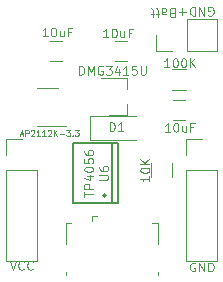
<source format=gbr>
G04 #@! TF.FileFunction,Legend,Top*
%FSLAX46Y46*%
G04 Gerber Fmt 4.6, Leading zero omitted, Abs format (unit mm)*
G04 Created by KiCad (PCBNEW 4.0.7) date 07/05/18 14:51:19*
%MOMM*%
%LPD*%
G01*
G04 APERTURE LIST*
%ADD10C,0.100000*%
%ADD11C,0.120000*%
%ADD12C,0.150000*%
G04 APERTURE END LIST*
D10*
X116268572Y-153930000D02*
X116197143Y-153894286D01*
X116090000Y-153894286D01*
X115982857Y-153930000D01*
X115911429Y-154001429D01*
X115875714Y-154072857D01*
X115840000Y-154215714D01*
X115840000Y-154322857D01*
X115875714Y-154465714D01*
X115911429Y-154537143D01*
X115982857Y-154608571D01*
X116090000Y-154644286D01*
X116161429Y-154644286D01*
X116268572Y-154608571D01*
X116304286Y-154572857D01*
X116304286Y-154322857D01*
X116161429Y-154322857D01*
X116625714Y-154644286D02*
X116625714Y-153894286D01*
X117054286Y-154644286D01*
X117054286Y-153894286D01*
X117411428Y-154644286D02*
X117411428Y-153894286D01*
X117590000Y-153894286D01*
X117697143Y-153930000D01*
X117768571Y-154001429D01*
X117804286Y-154072857D01*
X117840000Y-154215714D01*
X117840000Y-154322857D01*
X117804286Y-154465714D01*
X117768571Y-154537143D01*
X117697143Y-154608571D01*
X117590000Y-154644286D01*
X117411428Y-154644286D01*
X100600001Y-153767286D02*
X100850001Y-154517286D01*
X101100001Y-153767286D01*
X101778572Y-154445857D02*
X101742858Y-154481571D01*
X101635715Y-154517286D01*
X101564286Y-154517286D01*
X101457143Y-154481571D01*
X101385715Y-154410143D01*
X101350000Y-154338714D01*
X101314286Y-154195857D01*
X101314286Y-154088714D01*
X101350000Y-153945857D01*
X101385715Y-153874429D01*
X101457143Y-153803000D01*
X101564286Y-153767286D01*
X101635715Y-153767286D01*
X101742858Y-153803000D01*
X101778572Y-153838714D01*
X102528572Y-154445857D02*
X102492858Y-154481571D01*
X102385715Y-154517286D01*
X102314286Y-154517286D01*
X102207143Y-154481571D01*
X102135715Y-154410143D01*
X102100000Y-154338714D01*
X102064286Y-154195857D01*
X102064286Y-154088714D01*
X102100000Y-153945857D01*
X102135715Y-153874429D01*
X102207143Y-153803000D01*
X102314286Y-153767286D01*
X102385715Y-153767286D01*
X102492858Y-153803000D01*
X102528572Y-153838714D01*
X115474571Y-132661429D02*
X114903142Y-132661429D01*
X115188856Y-132375714D02*
X115188856Y-132947143D01*
X114296000Y-132768571D02*
X114188857Y-132732857D01*
X114153142Y-132697143D01*
X114117428Y-132625714D01*
X114117428Y-132518571D01*
X114153142Y-132447143D01*
X114188857Y-132411429D01*
X114260285Y-132375714D01*
X114546000Y-132375714D01*
X114546000Y-133125714D01*
X114296000Y-133125714D01*
X114224571Y-133090000D01*
X114188857Y-133054286D01*
X114153142Y-132982857D01*
X114153142Y-132911429D01*
X114188857Y-132840000D01*
X114224571Y-132804286D01*
X114296000Y-132768571D01*
X114546000Y-132768571D01*
X113474571Y-132375714D02*
X113474571Y-132768571D01*
X113510285Y-132840000D01*
X113581714Y-132875714D01*
X113724571Y-132875714D01*
X113796000Y-132840000D01*
X113474571Y-132411429D02*
X113546000Y-132375714D01*
X113724571Y-132375714D01*
X113796000Y-132411429D01*
X113831714Y-132482857D01*
X113831714Y-132554286D01*
X113796000Y-132625714D01*
X113724571Y-132661429D01*
X113546000Y-132661429D01*
X113474571Y-132697143D01*
X113224571Y-132875714D02*
X112938857Y-132875714D01*
X113117429Y-133125714D02*
X113117429Y-132482857D01*
X113081714Y-132411429D01*
X113010286Y-132375714D01*
X112938857Y-132375714D01*
X112796000Y-132875714D02*
X112510286Y-132875714D01*
X112688858Y-133125714D02*
X112688858Y-132482857D01*
X112653143Y-132411429D01*
X112581715Y-132375714D01*
X112510286Y-132375714D01*
X117411428Y-132963000D02*
X117482857Y-132998714D01*
X117590000Y-132998714D01*
X117697143Y-132963000D01*
X117768571Y-132891571D01*
X117804286Y-132820143D01*
X117840000Y-132677286D01*
X117840000Y-132570143D01*
X117804286Y-132427286D01*
X117768571Y-132355857D01*
X117697143Y-132284429D01*
X117590000Y-132248714D01*
X117518571Y-132248714D01*
X117411428Y-132284429D01*
X117375714Y-132320143D01*
X117375714Y-132570143D01*
X117518571Y-132570143D01*
X117054286Y-132248714D02*
X117054286Y-132998714D01*
X116625714Y-132248714D01*
X116625714Y-132998714D01*
X116268572Y-132248714D02*
X116268572Y-132998714D01*
X116090000Y-132998714D01*
X115982857Y-132963000D01*
X115911429Y-132891571D01*
X115875714Y-132820143D01*
X115840000Y-132677286D01*
X115840000Y-132570143D01*
X115875714Y-132427286D01*
X115911429Y-132355857D01*
X115982857Y-132284429D01*
X116090000Y-132248714D01*
X116268572Y-132248714D01*
D11*
X105320000Y-150512000D02*
X105770000Y-150512000D01*
X105320000Y-152362000D02*
X105320000Y-150512000D01*
X113120000Y-154912000D02*
X113120000Y-154662000D01*
X105320000Y-154912000D02*
X105320000Y-154662000D01*
X113120000Y-152362000D02*
X113120000Y-150512000D01*
X113120000Y-150512000D02*
X112670000Y-150512000D01*
X107520000Y-149962000D02*
X107970000Y-149962000D01*
X107520000Y-149962000D02*
X107520000Y-150412000D01*
X104659000Y-139106000D02*
X102859000Y-139106000D01*
X102859000Y-142326000D02*
X105309000Y-142326000D01*
X110488000Y-141407000D02*
X110488000Y-140477000D01*
X110488000Y-138247000D02*
X110488000Y-139177000D01*
X110488000Y-138247000D02*
X108328000Y-138247000D01*
X110488000Y-141407000D02*
X109028000Y-141407000D01*
X104995600Y-135141600D02*
X103995600Y-135141600D01*
X103995600Y-136841600D02*
X104995600Y-136841600D01*
X109482000Y-136867000D02*
X110482000Y-136867000D01*
X110482000Y-135167000D02*
X109482000Y-135167000D01*
X118170000Y-135950000D02*
X118170000Y-133290000D01*
X115570000Y-135950000D02*
X118170000Y-135950000D01*
X115570000Y-133290000D02*
X118170000Y-133290000D01*
X115570000Y-135950000D02*
X115570000Y-133290000D01*
X114300000Y-135950000D02*
X112970000Y-135950000D01*
X112970000Y-135950000D02*
X112970000Y-134620000D01*
X115535000Y-139310000D02*
X114335000Y-139310000D01*
X114335000Y-137550000D02*
X115535000Y-137550000D01*
X112531000Y-146650000D02*
X112531000Y-145450000D01*
X114291000Y-145450000D02*
X114291000Y-146650000D01*
X115435000Y-140120000D02*
X114435000Y-140120000D01*
X114435000Y-141820000D02*
X115435000Y-141820000D01*
D12*
X108712000Y-148209000D02*
G75*
G03X108712000Y-148209000I-127000J0D01*
G01*
X109220000Y-148844000D02*
X109220000Y-143764000D01*
X105918000Y-148844000D02*
X105918000Y-143764000D01*
X109728000Y-148844000D02*
X109728000Y-143764000D01*
X109728000Y-148844000D02*
X105918000Y-148844000D01*
X109728000Y-143764000D02*
X105918000Y-143764000D01*
D11*
X107351000Y-141494000D02*
X107351000Y-143494000D01*
X107351000Y-143494000D02*
X111251000Y-143494000D01*
X107351000Y-141494000D02*
X111251000Y-141494000D01*
X115510000Y-153730000D02*
X118170000Y-153730000D01*
X115510000Y-146050000D02*
X115510000Y-153730000D01*
X118170000Y-146050000D02*
X118170000Y-153730000D01*
X115510000Y-146050000D02*
X118170000Y-146050000D01*
X115510000Y-144780000D02*
X115510000Y-143450000D01*
X115510000Y-143450000D02*
X116840000Y-143450000D01*
X100270000Y-153730000D02*
X102930000Y-153730000D01*
X100270000Y-146050000D02*
X100270000Y-153730000D01*
X102930000Y-146050000D02*
X102930000Y-153730000D01*
X100270000Y-146050000D02*
X102930000Y-146050000D01*
X100270000Y-144780000D02*
X100270000Y-143450000D01*
X100270000Y-143450000D02*
X101600000Y-143450000D01*
D10*
X101460611Y-143034533D02*
X101698706Y-143034533D01*
X101412992Y-143177390D02*
X101579659Y-142677390D01*
X101746325Y-143177390D01*
X101912992Y-143177390D02*
X101912992Y-142677390D01*
X102103468Y-142677390D01*
X102151087Y-142701200D01*
X102174896Y-142725010D01*
X102198706Y-142772629D01*
X102198706Y-142844057D01*
X102174896Y-142891676D01*
X102151087Y-142915486D01*
X102103468Y-142939295D01*
X101912992Y-142939295D01*
X102389182Y-142725010D02*
X102412992Y-142701200D01*
X102460611Y-142677390D01*
X102579658Y-142677390D01*
X102627277Y-142701200D01*
X102651087Y-142725010D01*
X102674896Y-142772629D01*
X102674896Y-142820248D01*
X102651087Y-142891676D01*
X102365373Y-143177390D01*
X102674896Y-143177390D01*
X103151086Y-143177390D02*
X102865372Y-143177390D01*
X103008229Y-143177390D02*
X103008229Y-142677390D01*
X102960610Y-142748819D01*
X102912991Y-142796438D01*
X102865372Y-142820248D01*
X103627276Y-143177390D02*
X103341562Y-143177390D01*
X103484419Y-143177390D02*
X103484419Y-142677390D01*
X103436800Y-142748819D01*
X103389181Y-142796438D01*
X103341562Y-142820248D01*
X103817752Y-142725010D02*
X103841562Y-142701200D01*
X103889181Y-142677390D01*
X104008228Y-142677390D01*
X104055847Y-142701200D01*
X104079657Y-142725010D01*
X104103466Y-142772629D01*
X104103466Y-142820248D01*
X104079657Y-142891676D01*
X103793943Y-143177390D01*
X104103466Y-143177390D01*
X104317752Y-143177390D02*
X104317752Y-142677390D01*
X104603466Y-143177390D02*
X104389180Y-142891676D01*
X104603466Y-142677390D02*
X104317752Y-142963105D01*
X104817752Y-142986914D02*
X105198704Y-142986914D01*
X105389181Y-142677390D02*
X105698704Y-142677390D01*
X105532038Y-142867867D01*
X105603466Y-142867867D01*
X105651085Y-142891676D01*
X105674895Y-142915486D01*
X105698704Y-142963105D01*
X105698704Y-143082152D01*
X105674895Y-143129771D01*
X105651085Y-143153581D01*
X105603466Y-143177390D01*
X105460609Y-143177390D01*
X105412990Y-143153581D01*
X105389181Y-143129771D01*
X105912990Y-143129771D02*
X105936799Y-143153581D01*
X105912990Y-143177390D01*
X105889180Y-143153581D01*
X105912990Y-143129771D01*
X105912990Y-143177390D01*
X106103466Y-142677390D02*
X106412989Y-142677390D01*
X106246323Y-142867867D01*
X106317751Y-142867867D01*
X106365370Y-142891676D01*
X106389180Y-142915486D01*
X106412989Y-142963105D01*
X106412989Y-143082152D01*
X106389180Y-143129771D01*
X106365370Y-143153581D01*
X106317751Y-143177390D01*
X106174894Y-143177390D01*
X106127275Y-143153581D01*
X106103466Y-143129771D01*
X106449371Y-138007286D02*
X106449371Y-137257286D01*
X106627943Y-137257286D01*
X106735086Y-137293000D01*
X106806514Y-137364429D01*
X106842229Y-137435857D01*
X106877943Y-137578714D01*
X106877943Y-137685857D01*
X106842229Y-137828714D01*
X106806514Y-137900143D01*
X106735086Y-137971571D01*
X106627943Y-138007286D01*
X106449371Y-138007286D01*
X107199371Y-138007286D02*
X107199371Y-137257286D01*
X107449371Y-137793000D01*
X107699371Y-137257286D01*
X107699371Y-138007286D01*
X108449372Y-137293000D02*
X108377943Y-137257286D01*
X108270800Y-137257286D01*
X108163657Y-137293000D01*
X108092229Y-137364429D01*
X108056514Y-137435857D01*
X108020800Y-137578714D01*
X108020800Y-137685857D01*
X108056514Y-137828714D01*
X108092229Y-137900143D01*
X108163657Y-137971571D01*
X108270800Y-138007286D01*
X108342229Y-138007286D01*
X108449372Y-137971571D01*
X108485086Y-137935857D01*
X108485086Y-137685857D01*
X108342229Y-137685857D01*
X108735086Y-137257286D02*
X109199372Y-137257286D01*
X108949372Y-137543000D01*
X109056514Y-137543000D01*
X109127943Y-137578714D01*
X109163657Y-137614429D01*
X109199372Y-137685857D01*
X109199372Y-137864429D01*
X109163657Y-137935857D01*
X109127943Y-137971571D01*
X109056514Y-138007286D01*
X108842229Y-138007286D01*
X108770800Y-137971571D01*
X108735086Y-137935857D01*
X109842229Y-137507286D02*
X109842229Y-138007286D01*
X109663658Y-137221571D02*
X109485086Y-137757286D01*
X109949372Y-137757286D01*
X110627944Y-138007286D02*
X110199372Y-138007286D01*
X110413658Y-138007286D02*
X110413658Y-137257286D01*
X110342229Y-137364429D01*
X110270801Y-137435857D01*
X110199372Y-137471571D01*
X111306515Y-137257286D02*
X110949372Y-137257286D01*
X110913658Y-137614429D01*
X110949372Y-137578714D01*
X111020801Y-137543000D01*
X111199372Y-137543000D01*
X111270801Y-137578714D01*
X111306515Y-137614429D01*
X111342230Y-137685857D01*
X111342230Y-137864429D01*
X111306515Y-137935857D01*
X111270801Y-137971571D01*
X111199372Y-138007286D01*
X111020801Y-138007286D01*
X110949372Y-137971571D01*
X110913658Y-137935857D01*
X111663658Y-137257286D02*
X111663658Y-137864429D01*
X111699373Y-137935857D01*
X111735087Y-137971571D01*
X111806516Y-138007286D01*
X111949373Y-138007286D01*
X112020801Y-137971571D01*
X112056516Y-137935857D01*
X112092230Y-137864429D01*
X112092230Y-137257286D01*
X103793629Y-134756086D02*
X103365057Y-134756086D01*
X103579343Y-134756086D02*
X103579343Y-134006086D01*
X103507914Y-134113229D01*
X103436486Y-134184657D01*
X103365057Y-134220371D01*
X104257915Y-134006086D02*
X104329343Y-134006086D01*
X104400772Y-134041800D01*
X104436486Y-134077514D01*
X104472200Y-134148943D01*
X104507915Y-134291800D01*
X104507915Y-134470371D01*
X104472200Y-134613229D01*
X104436486Y-134684657D01*
X104400772Y-134720371D01*
X104329343Y-134756086D01*
X104257915Y-134756086D01*
X104186486Y-134720371D01*
X104150772Y-134684657D01*
X104115057Y-134613229D01*
X104079343Y-134470371D01*
X104079343Y-134291800D01*
X104115057Y-134148943D01*
X104150772Y-134077514D01*
X104186486Y-134041800D01*
X104257915Y-134006086D01*
X105150772Y-134256086D02*
X105150772Y-134756086D01*
X104829343Y-134256086D02*
X104829343Y-134648943D01*
X104865058Y-134720371D01*
X104936486Y-134756086D01*
X105043629Y-134756086D01*
X105115058Y-134720371D01*
X105150772Y-134684657D01*
X105757914Y-134363229D02*
X105507914Y-134363229D01*
X105507914Y-134756086D02*
X105507914Y-134006086D01*
X105865057Y-134006086D01*
X108924429Y-134832286D02*
X108495857Y-134832286D01*
X108710143Y-134832286D02*
X108710143Y-134082286D01*
X108638714Y-134189429D01*
X108567286Y-134260857D01*
X108495857Y-134296571D01*
X109388715Y-134082286D02*
X109460143Y-134082286D01*
X109531572Y-134118000D01*
X109567286Y-134153714D01*
X109603000Y-134225143D01*
X109638715Y-134368000D01*
X109638715Y-134546571D01*
X109603000Y-134689429D01*
X109567286Y-134760857D01*
X109531572Y-134796571D01*
X109460143Y-134832286D01*
X109388715Y-134832286D01*
X109317286Y-134796571D01*
X109281572Y-134760857D01*
X109245857Y-134689429D01*
X109210143Y-134546571D01*
X109210143Y-134368000D01*
X109245857Y-134225143D01*
X109281572Y-134153714D01*
X109317286Y-134118000D01*
X109388715Y-134082286D01*
X110281572Y-134332286D02*
X110281572Y-134832286D01*
X109960143Y-134332286D02*
X109960143Y-134725143D01*
X109995858Y-134796571D01*
X110067286Y-134832286D01*
X110174429Y-134832286D01*
X110245858Y-134796571D01*
X110281572Y-134760857D01*
X110888714Y-134439429D02*
X110638714Y-134439429D01*
X110638714Y-134832286D02*
X110638714Y-134082286D01*
X110995857Y-134082286D01*
X114095560Y-137362126D02*
X113666988Y-137362126D01*
X113881274Y-137362126D02*
X113881274Y-136612126D01*
X113809845Y-136719269D01*
X113738417Y-136790697D01*
X113666988Y-136826411D01*
X114559846Y-136612126D02*
X114631274Y-136612126D01*
X114702703Y-136647840D01*
X114738417Y-136683554D01*
X114774131Y-136754983D01*
X114809846Y-136897840D01*
X114809846Y-137076411D01*
X114774131Y-137219269D01*
X114738417Y-137290697D01*
X114702703Y-137326411D01*
X114631274Y-137362126D01*
X114559846Y-137362126D01*
X114488417Y-137326411D01*
X114452703Y-137290697D01*
X114416988Y-137219269D01*
X114381274Y-137076411D01*
X114381274Y-136897840D01*
X114416988Y-136754983D01*
X114452703Y-136683554D01*
X114488417Y-136647840D01*
X114559846Y-136612126D01*
X115274132Y-136612126D02*
X115345560Y-136612126D01*
X115416989Y-136647840D01*
X115452703Y-136683554D01*
X115488417Y-136754983D01*
X115524132Y-136897840D01*
X115524132Y-137076411D01*
X115488417Y-137219269D01*
X115452703Y-137290697D01*
X115416989Y-137326411D01*
X115345560Y-137362126D01*
X115274132Y-137362126D01*
X115202703Y-137326411D01*
X115166989Y-137290697D01*
X115131274Y-137219269D01*
X115095560Y-137076411D01*
X115095560Y-136897840D01*
X115131274Y-136754983D01*
X115166989Y-136683554D01*
X115202703Y-136647840D01*
X115274132Y-136612126D01*
X115845560Y-137362126D02*
X115845560Y-136612126D01*
X116274132Y-137362126D02*
X115952703Y-136933554D01*
X116274132Y-136612126D02*
X115845560Y-137040697D01*
X112404086Y-146567857D02*
X112404086Y-146996429D01*
X112404086Y-146782143D02*
X111654086Y-146782143D01*
X111761229Y-146853572D01*
X111832657Y-146925000D01*
X111868371Y-146996429D01*
X111654086Y-146103571D02*
X111654086Y-146032143D01*
X111689800Y-145960714D01*
X111725514Y-145925000D01*
X111796943Y-145889286D01*
X111939800Y-145853571D01*
X112118371Y-145853571D01*
X112261229Y-145889286D01*
X112332657Y-145925000D01*
X112368371Y-145960714D01*
X112404086Y-146032143D01*
X112404086Y-146103571D01*
X112368371Y-146175000D01*
X112332657Y-146210714D01*
X112261229Y-146246429D01*
X112118371Y-146282143D01*
X111939800Y-146282143D01*
X111796943Y-146246429D01*
X111725514Y-146210714D01*
X111689800Y-146175000D01*
X111654086Y-146103571D01*
X112404086Y-145532143D02*
X111654086Y-145532143D01*
X112404086Y-145103571D02*
X111975514Y-145425000D01*
X111654086Y-145103571D02*
X112082657Y-145532143D01*
X114156829Y-142833286D02*
X113728257Y-142833286D01*
X113942543Y-142833286D02*
X113942543Y-142083286D01*
X113871114Y-142190429D01*
X113799686Y-142261857D01*
X113728257Y-142297571D01*
X114621115Y-142083286D02*
X114692543Y-142083286D01*
X114763972Y-142119000D01*
X114799686Y-142154714D01*
X114835400Y-142226143D01*
X114871115Y-142369000D01*
X114871115Y-142547571D01*
X114835400Y-142690429D01*
X114799686Y-142761857D01*
X114763972Y-142797571D01*
X114692543Y-142833286D01*
X114621115Y-142833286D01*
X114549686Y-142797571D01*
X114513972Y-142761857D01*
X114478257Y-142690429D01*
X114442543Y-142547571D01*
X114442543Y-142369000D01*
X114478257Y-142226143D01*
X114513972Y-142154714D01*
X114549686Y-142119000D01*
X114621115Y-142083286D01*
X115513972Y-142333286D02*
X115513972Y-142833286D01*
X115192543Y-142333286D02*
X115192543Y-142726143D01*
X115228258Y-142797571D01*
X115299686Y-142833286D01*
X115406829Y-142833286D01*
X115478258Y-142797571D01*
X115513972Y-142761857D01*
X116121114Y-142440429D02*
X115871114Y-142440429D01*
X115871114Y-142833286D02*
X115871114Y-142083286D01*
X116228257Y-142083286D01*
X108179326Y-146890989D02*
X108786469Y-146890989D01*
X108857897Y-146855274D01*
X108893611Y-146819560D01*
X108929326Y-146748131D01*
X108929326Y-146605274D01*
X108893611Y-146533846D01*
X108857897Y-146498131D01*
X108786469Y-146462417D01*
X108179326Y-146462417D01*
X108179326Y-145783846D02*
X108179326Y-145926703D01*
X108215040Y-145998132D01*
X108250754Y-146033846D01*
X108357897Y-146105275D01*
X108500754Y-146140989D01*
X108786469Y-146140989D01*
X108857897Y-146105275D01*
X108893611Y-146069560D01*
X108929326Y-145998132D01*
X108929326Y-145855275D01*
X108893611Y-145783846D01*
X108857897Y-145748132D01*
X108786469Y-145712417D01*
X108607897Y-145712417D01*
X108536469Y-145748132D01*
X108500754Y-145783846D01*
X108465040Y-145855275D01*
X108465040Y-145998132D01*
X108500754Y-146069560D01*
X108536469Y-146105275D01*
X108607897Y-146140989D01*
X106904286Y-148321857D02*
X106904286Y-147893286D01*
X107654286Y-148107572D02*
X106904286Y-148107572D01*
X107654286Y-147643286D02*
X106904286Y-147643286D01*
X106904286Y-147357571D01*
X106940000Y-147286143D01*
X106975714Y-147250428D01*
X107047143Y-147214714D01*
X107154286Y-147214714D01*
X107225714Y-147250428D01*
X107261429Y-147286143D01*
X107297143Y-147357571D01*
X107297143Y-147643286D01*
X107154286Y-146571857D02*
X107654286Y-146571857D01*
X106868571Y-146750428D02*
X107404286Y-146929000D01*
X107404286Y-146464714D01*
X106904286Y-146036142D02*
X106904286Y-145964714D01*
X106940000Y-145893285D01*
X106975714Y-145857571D01*
X107047143Y-145821857D01*
X107190000Y-145786142D01*
X107368571Y-145786142D01*
X107511429Y-145821857D01*
X107582857Y-145857571D01*
X107618571Y-145893285D01*
X107654286Y-145964714D01*
X107654286Y-146036142D01*
X107618571Y-146107571D01*
X107582857Y-146143285D01*
X107511429Y-146179000D01*
X107368571Y-146214714D01*
X107190000Y-146214714D01*
X107047143Y-146179000D01*
X106975714Y-146143285D01*
X106940000Y-146107571D01*
X106904286Y-146036142D01*
X106904286Y-145107571D02*
X106904286Y-145464714D01*
X107261429Y-145500428D01*
X107225714Y-145464714D01*
X107190000Y-145393285D01*
X107190000Y-145214714D01*
X107225714Y-145143285D01*
X107261429Y-145107571D01*
X107332857Y-145071856D01*
X107511429Y-145071856D01*
X107582857Y-145107571D01*
X107618571Y-145143285D01*
X107654286Y-145214714D01*
X107654286Y-145393285D01*
X107618571Y-145464714D01*
X107582857Y-145500428D01*
X106904286Y-144428999D02*
X106904286Y-144571856D01*
X106940000Y-144643285D01*
X106975714Y-144678999D01*
X107082857Y-144750428D01*
X107225714Y-144786142D01*
X107511429Y-144786142D01*
X107582857Y-144750428D01*
X107618571Y-144714713D01*
X107654286Y-144643285D01*
X107654286Y-144500428D01*
X107618571Y-144428999D01*
X107582857Y-144393285D01*
X107511429Y-144357570D01*
X107332857Y-144357570D01*
X107261429Y-144393285D01*
X107225714Y-144428999D01*
X107190000Y-144500428D01*
X107190000Y-144643285D01*
X107225714Y-144714713D01*
X107261429Y-144750428D01*
X107332857Y-144786142D01*
X109047428Y-142763286D02*
X109047428Y-142013286D01*
X109226000Y-142013286D01*
X109333143Y-142049000D01*
X109404571Y-142120429D01*
X109440286Y-142191857D01*
X109476000Y-142334714D01*
X109476000Y-142441857D01*
X109440286Y-142584714D01*
X109404571Y-142656143D01*
X109333143Y-142727571D01*
X109226000Y-142763286D01*
X109047428Y-142763286D01*
X110190286Y-142763286D02*
X109761714Y-142763286D01*
X109976000Y-142763286D02*
X109976000Y-142013286D01*
X109904571Y-142120429D01*
X109833143Y-142191857D01*
X109761714Y-142227571D01*
M02*

</source>
